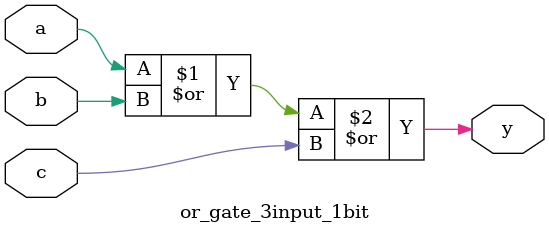
<source format=sv>
module or_gate_3input_1bit (
    input wire a,
    input wire b,
    input wire c,
    output wire y
);
    assign y = a | b | c;
endmodule

</source>
